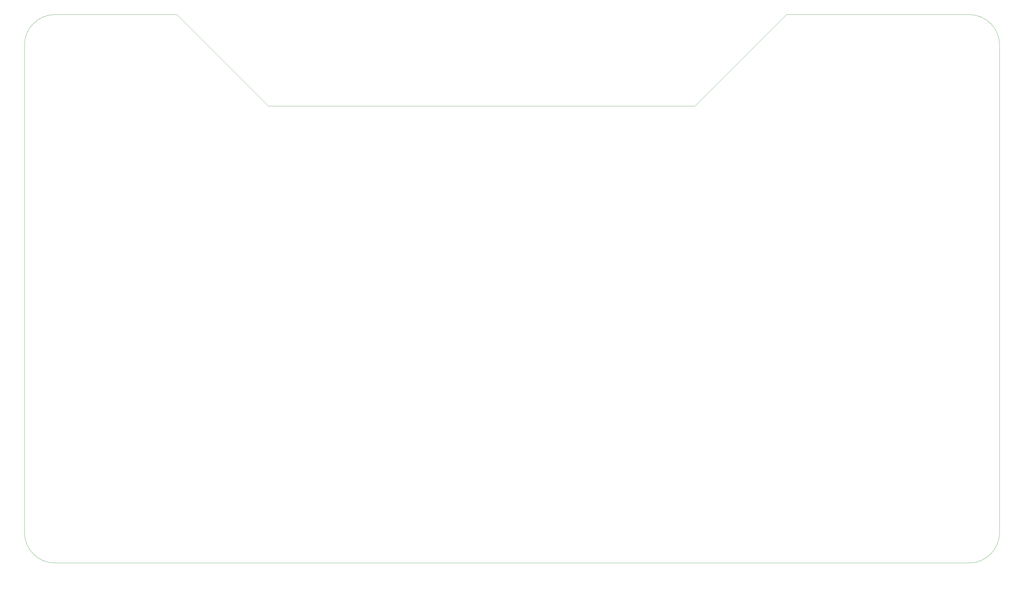
<source format=gbr>
%TF.GenerationSoftware,KiCad,Pcbnew,9.0.0-rc1-116-g42b204fc74*%
%TF.CreationDate,2025-03-01T19:27:56+05:30*%
%TF.ProjectId,nimitboard78,6e696d69-7462-46f6-9172-6437382e6b69,rev?*%
%TF.SameCoordinates,Original*%
%TF.FileFunction,Profile,NP*%
%FSLAX46Y46*%
G04 Gerber Fmt 4.6, Leading zero omitted, Abs format (unit mm)*
G04 Created by KiCad (PCBNEW 9.0.0-rc1-116-g42b204fc74) date 2025-03-01 19:27:56*
%MOMM*%
%LPD*%
G01*
G04 APERTURE LIST*
%TA.AperFunction,Profile*%
%ADD10C,0.050000*%
%TD*%
G04 APERTURE END LIST*
D10*
X260000000Y-50000000D02*
X290000000Y-20000000D01*
X261000000Y-30000000D02*
X261000000Y-30000000D01*
X350000000Y-20000000D02*
G75*
G02*
X360000000Y-30000000I0J-10000000D01*
G01*
X360000000Y-30000000D02*
X360000000Y-190000000D01*
X360000000Y-190000000D02*
G75*
G02*
X350000000Y-200000000I-10000000J0D01*
G01*
X120000000Y-50000000D02*
X260000000Y-50000000D01*
X350000000Y-200000000D02*
X50000000Y-200000000D01*
X50000000Y-20000000D02*
X90000000Y-20000000D01*
X350000000Y-20000000D02*
X290000000Y-20000000D01*
X90000000Y-20000000D02*
X120000000Y-50000000D01*
X50000000Y-200000000D02*
G75*
G02*
X40000000Y-190000000I0J10000000D01*
G01*
X40000000Y-190000000D02*
X40000000Y-30000000D01*
X40000000Y-30000000D02*
G75*
G02*
X50000000Y-20000000I10000000J0D01*
G01*
X360000000Y-210000000D02*
X360000000Y-210000000D01*
M02*

</source>
